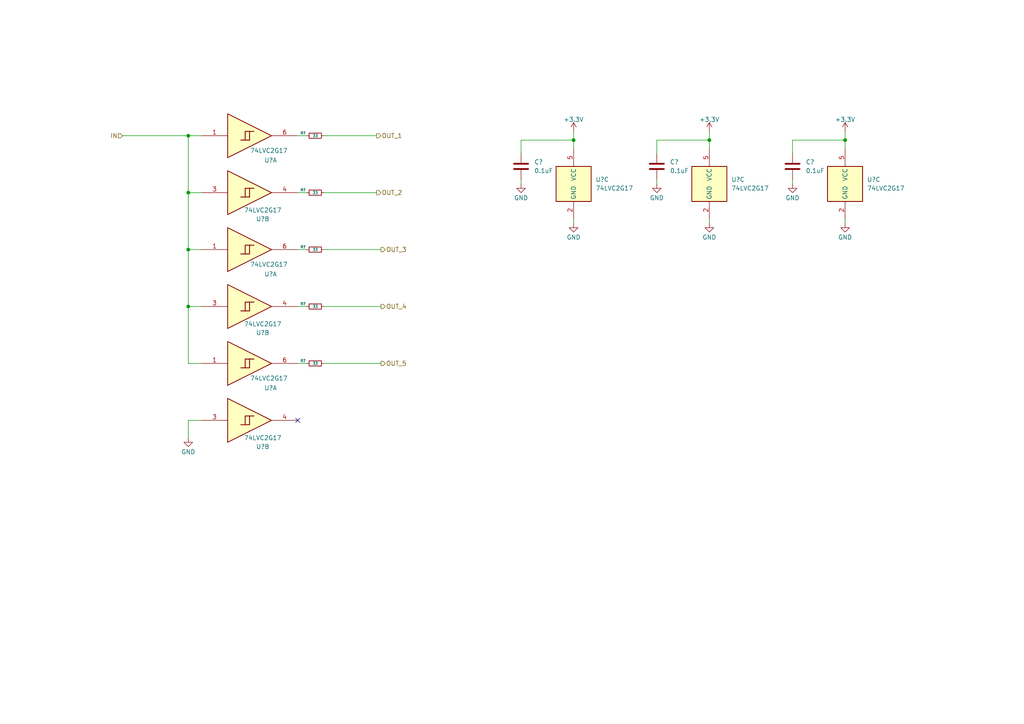
<source format=kicad_sch>
(kicad_sch (version 20250114) (generator "eeschema") (generator_version "9.0")
  (paper "A4")
  (lib_symbols
    (symbol "74xGxx:74LVC2G17"
      (property "Reference" "U" (at -1.27 7.62 0))
      (property "Value" "74LVC2G17" (at 2.54 -7.62 0))
      (symbol "74LVC2G17_1_1"
        (polyline (pts (xy -7.62 6.35) (xy -7.62 -6.35) (xy 5.08 0) (xy -7.62 6.35)) (stroke (width 0.254)) (fill (type background)))
        (polyline (pts (xy -3.81 1.27) (xy -2.54 1.27) (xy -2.54 -1.27) (xy 0 -1.27)) (stroke (width 0.254)) (fill (type background)))
        (polyline (pts (xy -2.54 1.27) (xy -1.27 1.27) (xy -1.27 -1.27)) (stroke (width 0.254)) (fill (type background)))
        (pin input line (at -15.24 0 0) (length 7.62) (name "~") (number "1"))
        (pin output line (at 12.7 0 180) (length 7.62) (name "~") (number "6"))
      )
      (symbol "74LVC2G17_2_1"
        (polyline (pts (xy -7.62 6.35) (xy -7.62 -6.35) (xy 5.08 0) (xy -7.62 6.35)) (stroke (width 0.254)) (fill (type background)))
        (polyline (pts (xy -3.81 1.27) (xy -2.54 1.27) (xy -2.54 -1.27) (xy 0 -1.27)) (stroke (width 0.254)) (fill (type background)))
        (polyline (pts (xy -2.54 1.27) (xy -1.27 1.27) (xy -1.27 -1.27)) (stroke (width 0.254)) (fill (type background)))
        (pin input line (at -15.24 0 0) (length 7.62) (name "~") (number "3"))
        (pin output line (at 12.7 0 180) (length 7.62) (name "~") (number "4"))
      )
      (symbol "74LVC2G17_3_0"
        (rectangle (start -5.08 -5.08) (end 5.08 5.08) (stroke (width 0.254)) (fill (type background)))
      )
      (symbol "74LVC2G17_3_1"
        (pin power_in line (at 0 10.16 270) (length 5.08) (name "VCC") (number "5"))
        (pin power_in line (at 0 -10.16 90) (length 5.08) (name "GND") (number "2"))
      )
    )
    (symbol "Device:C" (pin_numbers (hide yes)) (pin_names (offset 0.254))
      (property "Reference" "C" (at 0.635 2.54 0))
      (property "Value" "C" (at 0.635 -2.54 0))
      (symbol "C_0_1"
        (polyline (pts (xy -2.032 0.762) (xy 2.032 0.762)) (stroke (width 0.508)))
        (polyline (pts (xy -2.032 -0.762) (xy 2.032 -0.762)) (stroke (width 0.508)))
      )
      (symbol "C_1_1"
        (pin passive line (at 0 3.81 270) (length 2.794) (name "~") (number "1"))
        (pin passive line (at 0 -3.81 90) (length 2.794) (name "~") (number "2"))
      )
    )
    (symbol "Device:R_Small" (pin_numbers (hide yes)) (pin_names (offset 0.254) (hide yes))
      (property "Reference" "R" (at 0 0 90))
      (property "Value" "R_Small" (at 1.778 0 90))
      (symbol "R_Small_0_1"
        (rectangle (start -0.762 1.778) (end 0.762 -1.778) (stroke (width 0.2032)))
      )
      (symbol "R_Small_1_1"
        (pin passive line (at 0 2.54 270) (length 0.762) (name "~") (number "1"))
        (pin passive line (at 0 -2.54 90) (length 0.762) (name "~") (number "2"))
      )
    )
    (symbol "power:+3.3V" (power) (pin_names (offset 0))
      (property "Value" "+3.3V" (at 0 3.556 0))
      (symbol "+3.3V_0_1"
        (polyline (pts (xy -0.762 1.27) (xy 0 2.54)))
        (polyline (pts (xy 0 2.54) (xy 0.762 1.27)))
        (polyline (pts (xy 0 0) (xy 0 2.54)))
      )
      (symbol "+3.3V_1_1"
        (pin power_in line (at 0 0 90) (length 0) (hide yes) (name "+3.3V") (number "1"))
      )
    )
    (symbol "power:GND" (power) (pin_names (offset 0))
      (property "Value" "GND" (at 0 -3.81 0))
      (symbol "GND_0_1"
        (polyline (pts (xy 0 0) (xy 0 -1.27) (xy 1.27 -1.27) (xy 0 -2.54) (xy -1.27 -1.27) (xy 0 -1.27)))
      )
      (symbol "GND_1_1"
        (pin power_in line (at 0 0 270) (length 0) (hide yes) (name "GND") (number "1"))
      )
    )
  )
  (junction (at 245.11 40.64))
  (junction (at 54.61 55.88))
  (junction (at 166.37 40.64))
  (junction (at 54.61 72.39))
  (junction (at 205.74 40.64))
  (junction (at 54.61 88.9))
  (junction (at 54.61 39.37))
  (no_connect (at 86.36 121.92))
  (wire (pts (xy 86.36 55.88) (xy 88.9 55.88)))
  (wire (pts (xy 245.11 63.5) (xy 245.11 64.77)))
  (wire (pts (xy 245.11 40.64) (xy 245.11 43.18)))
  (wire (pts (xy 86.36 72.39) (xy 88.9 72.39)))
  (wire (pts (xy 110.49 88.9) (xy 93.98 88.9)))
  (wire (pts (xy 109.22 39.37) (xy 93.98 39.37)))
  (wire (pts (xy 54.61 121.92) (xy 54.61 127)))
  (wire (pts (xy 205.74 40.64) (xy 205.74 43.18)))
  (wire (pts (xy 166.37 63.5) (xy 166.37 64.77)))
  (wire (pts (xy 205.74 38.1) (xy 205.74 40.64)))
  (wire (pts (xy 109.22 55.88) (xy 93.98 55.88)))
  (wire (pts (xy 151.13 40.64) (xy 166.37 40.64)))
  (wire (pts (xy 58.42 39.37) (xy 54.61 39.37)))
  (wire (pts (xy 54.61 88.9) (xy 54.61 105.41)))
  (wire (pts (xy 54.61 55.88) (xy 54.61 72.39)))
  (wire (pts (xy 54.61 88.9) (xy 54.61 72.39)))
  (wire (pts (xy 205.74 63.5) (xy 205.74 64.77)))
  (wire (pts (xy 54.61 39.37) (xy 35.56 39.37)))
  (wire (pts (xy 190.5 40.64) (xy 190.5 44.45)))
  (wire (pts (xy 166.37 38.1) (xy 166.37 40.64)))
  (wire (pts (xy 110.49 105.41) (xy 93.98 105.41)))
  (wire (pts (xy 245.11 38.1) (xy 245.11 40.64)))
  (wire (pts (xy 86.36 88.9) (xy 88.9 88.9)))
  (wire (pts (xy 58.42 55.88) (xy 54.61 55.88)))
  (wire (pts (xy 86.36 39.37) (xy 88.9 39.37)))
  (wire (pts (xy 229.87 52.07) (xy 229.87 53.34)))
  (wire (pts (xy 54.61 55.88) (xy 54.61 39.37)))
  (wire (pts (xy 190.5 52.07) (xy 190.5 53.34)))
  (wire (pts (xy 190.5 40.64) (xy 205.74 40.64)))
  (wire (pts (xy 151.13 52.07) (xy 151.13 53.34)))
  (wire (pts (xy 229.87 40.64) (xy 245.11 40.64)))
  (wire (pts (xy 166.37 40.64) (xy 166.37 43.18)))
  (wire (pts (xy 151.13 40.64) (xy 151.13 44.45)))
  (wire (pts (xy 58.42 121.92) (xy 54.61 121.92)))
  (wire (pts (xy 229.87 40.64) (xy 229.87 44.45)))
  (wire (pts (xy 58.42 88.9) (xy 54.61 88.9)))
  (wire (pts (xy 86.36 105.41) (xy 88.9 105.41)))
  (wire (pts (xy 58.42 105.41) (xy 54.61 105.41)))
  (wire (pts (xy 58.42 72.39) (xy 54.61 72.39)))
  (wire (pts (xy 110.49 72.39) (xy 93.98 72.39)))
  (hierarchical_label "OUT_5" (shape output) (at 110.49 105.41 0))
  (hierarchical_label "OUT_2" (shape output) (at 109.22 55.88 0))
  (hierarchical_label "OUT_1" (shape output) (at 109.22 39.37 0))
  (hierarchical_label "IN" (shape input) (at 35.56 39.37 180))
  (hierarchical_label "OUT_4" (shape output) (at 110.49 88.9 0))
  (hierarchical_label "OUT_3" (shape output) (at 110.49 72.39 0))
  (symbol (lib_id "74xGxx:74LVC2G17") (at 73.66 55.88 0) (mirror x) (unit 2)
    (property "Reference" "U?" (at 76.2 63.5 0))
    (property "Value" "74LVC2G17" (at 76.2 60.96 0))
    (property "Footprint" "Package_TO_SOT_SMD:SOT-23-6" (effects (hide yes)))
    (property "Datasheet" "http://www.ti.com/lit/sg/scyt129e/scyt129e.pdf" (effects (hide yes)))
    (property "Description" "Dual Buffer, Schmitt Triggered, Low-Voltage CMOS" (effects (hide yes)))
  )
  (symbol (lib_id "74xGxx:74LVC2G17") (at 73.66 88.9 0) (mirror x) (unit 2)
    (property "Reference" "U?" (at 76.2 96.52 0))
    (property "Value" "74LVC2G17" (at 76.2 93.98 0))
    (property "Footprint" "Package_TO_SOT_SMD:SOT-23-6" (effects (hide yes)))
    (property "Datasheet" "http://www.ti.com/lit/sg/scyt129e/scyt129e.pdf" (effects (hide yes)))
    (property "Description" "Dual Buffer, Schmitt Triggered, Low-Voltage CMOS" (effects (hide yes)))
  )
  (symbol (lib_id "Device:C") (at 229.87 48.26 0) (unit 1)
    (property "Reference" "C?" (at 233.68 46.9899 0) (effects (justify left)))
    (property "Value" "0.1uF" (at 233.68 49.5299 0) (effects (justify left)))
    (property "Footprint" "Capacitor_SMD:C_0402_1005Metric" (effects (hide yes)))
    (property "Description" "Unpolarized capacitor" (effects (hide yes)))
  )
  (symbol (lib_id "power:+3.3V") (at 245.11 38.1 0) (unit 1)
    (property "Reference" "#PWR02" (effects (hide yes)))
    (property "Value" "+3.3V" (at 245.11 34.671 0))
    (instances (project "arena_10_of_10_v1r1" (path "" (reference "#PWR0117") (unit 1)) (path "" (reference "#PWR0127") (unit 1)) (path "" (reference "#PWR022") (unit 1)) (path "" (reference "#PWR042") (unit 1)) (path "" (reference "#PWR02") (unit 1)) (path "" (reference "#PWR032") (unit 1))))
  )
  (symbol (lib_id "74xGxx:74LVC2G17") (at 205.74 53.34 0) (unit 3)
    (property "Reference" "U?" (at 212.09 52.0699 0) (effects (justify left)))
    (property "Value" "74LVC2G17" (at 212.09 54.6099 0) (effects (justify left)))
    (property "Footprint" "Package_TO_SOT_SMD:SOT-23-6" (effects (hide yes)))
    (property "Datasheet" "http://www.ti.com/lit/sg/scyt129e/scyt129e.pdf" (effects (hide yes)))
    (property "Description" "Dual Buffer, Schmitt Triggered, Low-Voltage CMOS" (effects (hide yes)))
  )
  (symbol (lib_id "74xGxx:74LVC2G17") (at 73.66 39.37 0) (mirror x) (unit 1)
    (property "Reference" "U?" (at 78.486 46.482 0))
    (property "Value" "74LVC2G17" (at 77.978 43.688 0))
    (property "Footprint" "Package_TO_SOT_SMD:SOT-23-6" (effects (hide yes)))
    (property "Datasheet" "http://www.ti.com/lit/sg/scyt129e/scyt129e.pdf" (effects (hide yes)))
    (property "Description" "Dual Buffer, Schmitt Triggered, Low-Voltage CMOS" (effects (hide yes)))
  )
  (symbol (lib_id "Device:R_Small") (at 91.44 72.39 90) (unit 1)
    (property "Reference" "R?" (at 87.884 71.628 90) (effects (font (size 0.762 0.762))))
    (property "Value" "33" (at 91.44 72.39 90) (effects (font (size 0.762 0.762))))
    (property "Description" "Resistor, small symbol" (effects (hide yes)))
  )
  (symbol (lib_id "74xGxx:74LVC2G17") (at 73.66 72.39 0) (mirror x) (unit 1)
    (property "Reference" "U?" (at 78.486 79.502 0))
    (property "Value" "74LVC2G17" (at 77.978 76.708 0))
    (property "Footprint" "Package_TO_SOT_SMD:SOT-23-6" (effects (hide yes)))
    (property "Datasheet" "http://www.ti.com/lit/sg/scyt129e/scyt129e.pdf" (effects (hide yes)))
    (property "Description" "Dual Buffer, Schmitt Triggered, Low-Voltage CMOS" (effects (hide yes)))
  )
  (symbol (lib_id "Device:R_Small") (at 91.44 105.41 90) (unit 1)
    (property "Reference" "R?" (at 87.884 104.648 90) (effects (font (size 0.762 0.762))))
    (property "Value" "33" (at 91.44 105.41 90) (effects (font (size 0.762 0.762))))
    (property "Description" "Resistor, small symbol" (effects (hide yes)))
  )
  (symbol (lib_id "power:+3.3V") (at 166.37 38.1 0) (unit 1)
    (property "Reference" "#PWR017" (effects (hide yes)))
    (property "Value" "+3.3V" (at 166.37 34.671 0))
    (instances (project "arena_10_of_10_v1r1" (path "" (reference "#PWR0111") (unit 1)) (path "" (reference "#PWR0121") (unit 1)) (path "" (reference "#PWR09") (unit 1)) (path "" (reference "#PWR036") (unit 1)) (path "" (reference "#PWR017") (unit 1)) (path "" (reference "#PWR026") (unit 1))))
  )
  (symbol (lib_id "Device:R_Small") (at 91.44 39.37 90) (unit 1)
    (property "Reference" "R?" (at 87.884 38.608 90) (effects (font (size 0.762 0.762))))
    (property "Value" "33" (at 91.44 39.37 90) (effects (font (size 0.762 0.762))))
    (property "Description" "Resistor, small symbol" (effects (hide yes)))
  )
  (symbol (lib_id "74xGxx:74LVC2G17") (at 73.66 121.92 0) (mirror x) (unit 2)
    (property "Reference" "U?" (at 76.2 129.54 0))
    (property "Value" "74LVC2G17" (at 76.2 127 0))
    (property "Footprint" "Package_TO_SOT_SMD:SOT-23-6" (effects (hide yes)))
    (property "Datasheet" "http://www.ti.com/lit/sg/scyt129e/scyt129e.pdf" (effects (hide yes)))
    (property "Description" "Dual Buffer, Schmitt Triggered, Low-Voltage CMOS" (effects (hide yes)))
  )
  (symbol (lib_id "power:GND") (at 205.74 64.77 0) (mirror y) (unit 1)
    (property "Reference" "#PWR021" (effects (hide yes)))
    (property "Value" "GND" (at 205.74 68.834 0))
    (instances (project "arena_10_of_10_v1r1" (path "" (reference "#PWR0115") (unit 1)) (path "" (reference "#PWR0125") (unit 1)) (path "" (reference "#PWR013") (unit 1)) (path "" (reference "#PWR040") (unit 1)) (path "" (reference "#PWR021") (unit 1)) (path "" (reference "#PWR030") (unit 1))))
  )
  (symbol (lib_id "power:GND") (at 229.87 53.34 0) (mirror y) (unit 1)
    (property "Reference" "#PWR01" (effects (hide yes)))
    (property "Value" "GND" (at 229.87 57.404 0))
    (instances (project "arena_10_of_10_v1r1" (path "" (reference "#PWR0116") (unit 1)) (path "" (reference "#PWR0126") (unit 1)) (path "" (reference "#PWR014") (unit 1)) (path "" (reference "#PWR041") (unit 1)) (path "" (reference "#PWR01") (unit 1)) (path "" (reference "#PWR031") (unit 1))))
  )
  (symbol (lib_id "Device:C") (at 190.5 48.26 0) (unit 1)
    (property "Reference" "C?" (at 194.31 46.9899 0) (effects (justify left)))
    (property "Value" "0.1uF" (at 194.31 49.5299 0) (effects (justify left)))
    (property "Footprint" "Capacitor_SMD:C_0402_1005Metric" (effects (hide yes)))
    (property "Description" "Unpolarized capacitor" (effects (hide yes)))
  )
  (symbol (lib_id "power:GND") (at 54.61 127 0) (mirror y) (unit 1)
    (property "Reference" "#PWR04" (effects (hide yes)))
    (property "Value" "GND" (at 54.61 131.064 0))
    (instances (project "arena_10_of_10_v1r1" (path "" (reference "#PWR0108") (unit 1)) (path "" (reference "#PWR0119") (unit 1)) (path "" (reference "#PWR07") (unit 1)) (path "" (reference "#PWR034") (unit 1)) (path "" (reference "#PWR04") (unit 1)) (path "" (reference "#PWR024") (unit 1))))
  )
  (symbol (lib_id "Device:R_Small") (at 91.44 55.88 90) (unit 1)
    (property "Reference" "R?" (at 87.884 55.118 90) (effects (font (size 0.762 0.762))))
    (property "Value" "33" (at 91.44 55.88 90) (effects (font (size 0.762 0.762))))
    (property "Description" "Resistor, small symbol" (effects (hide yes)))
  )
  (symbol (lib_id "power:+3.3V") (at 205.74 38.1 0) (unit 1)
    (property "Reference" "#PWR020" (effects (hide yes)))
    (property "Value" "+3.3V" (at 205.74 34.671 0))
    (instances (project "arena_10_of_10_v1r1" (path "" (reference "#PWR0114") (unit 1)) (path "" (reference "#PWR0124") (unit 1)) (path "" (reference "#PWR012") (unit 1)) (path "" (reference "#PWR039") (unit 1)) (path "" (reference "#PWR020") (unit 1)) (path "" (reference "#PWR029") (unit 1))))
  )
  (symbol (lib_id "Device:R_Small") (at 91.44 88.9 90) (unit 1)
    (property "Reference" "R?" (at 87.884 88.138 90) (effects (font (size 0.762 0.762))))
    (property "Value" "33" (at 91.44 88.9 90) (effects (font (size 0.762 0.762))))
    (property "Description" "Resistor, small symbol" (effects (hide yes)))
  )
  (symbol (lib_id "74xGxx:74LVC2G17") (at 166.37 53.34 0) (unit 3)
    (property "Reference" "U?" (at 172.72 52.0699 0) (effects (justify left)))
    (property "Value" "74LVC2G17" (at 172.72 54.6099 0) (effects (justify left)))
    (property "Footprint" "Package_TO_SOT_SMD:SOT-23-6" (effects (hide yes)))
    (property "Datasheet" "http://www.ti.com/lit/sg/scyt129e/scyt129e.pdf" (effects (hide yes)))
    (property "Description" "Dual Buffer, Schmitt Triggered, Low-Voltage CMOS" (effects (hide yes)))
  )
  (symbol (lib_id "power:GND") (at 245.11 64.77 0) (mirror y) (unit 1)
    (property "Reference" "#PWR03" (effects (hide yes)))
    (property "Value" "GND" (at 245.11 68.834 0))
    (instances (project "arena_10_of_10_v1r1" (path "" (reference "#PWR0118") (unit 1)) (path "" (reference "#PWR0128") (unit 1)) (path "" (reference "#PWR023") (unit 1)) (path "" (reference "#PWR043") (unit 1)) (path "" (reference "#PWR03") (unit 1)) (path "" (reference "#PWR033") (unit 1))))
  )
  (symbol (lib_id "74xGxx:74LVC2G17") (at 73.66 105.41 0) (mirror x) (unit 1)
    (property "Reference" "U?" (at 78.486 112.522 0))
    (property "Value" "74LVC2G17" (at 77.978 109.728 0))
    (property "Footprint" "Package_TO_SOT_SMD:SOT-23-6" (effects (hide yes)))
    (property "Datasheet" "http://www.ti.com/lit/sg/scyt129e/scyt129e.pdf" (effects (hide yes)))
    (property "Description" "Dual Buffer, Schmitt Triggered, Low-Voltage CMOS" (effects (hide yes)))
  )
  (symbol (lib_id "power:GND") (at 151.13 53.34 0) (mirror y) (unit 1)
    (property "Reference" "#PWR015" (effects (hide yes)))
    (property "Value" "GND" (at 151.13 57.404 0))
    (instances (project "arena_10_of_10_v1r1" (path "" (reference "#PWR0110") (unit 1)) (path "" (reference "#PWR0120") (unit 1)) (path "" (reference "#PWR08") (unit 1)) (path "" (reference "#PWR035") (unit 1)) (path "" (reference "#PWR015") (unit 1)) (path "" (reference "#PWR025") (unit 1))))
  )
  (symbol (lib_id "power:GND") (at 190.5 53.34 0) (mirror y) (unit 1)
    (property "Reference" "#PWR019" (effects (hide yes)))
    (property "Value" "GND" (at 190.5 57.404 0))
    (instances (project "arena_10_of_10_v1r1" (path "" (reference "#PWR0113") (unit 1)) (path "" (reference "#PWR0123") (unit 1)) (path "" (reference "#PWR011") (unit 1)) (path "" (reference "#PWR038") (unit 1)) (path "" (reference "#PWR019") (unit 1)) (path "" (reference "#PWR028") (unit 1))))
  )
  (symbol (lib_id "Device:C") (at 151.13 48.26 0) (unit 1)
    (property "Reference" "C?" (at 154.94 46.9899 0) (effects (justify left)))
    (property "Value" "0.1uF" (at 154.94 49.5299 0) (effects (justify left)))
    (property "Footprint" "Capacitor_SMD:C_0402_1005Metric" (effects (hide yes)))
    (property "Description" "Unpolarized capacitor" (effects (hide yes)))
  )
  (symbol (lib_id "power:GND") (at 166.37 64.77 0) (mirror y) (unit 1)
    (property "Reference" "#PWR018" (effects (hide yes)))
    (property "Value" "GND" (at 166.37 68.834 0))
    (instances (project "arena_10_of_10_v1r1" (path "" (reference "#PWR0112") (unit 1)) (path "" (reference "#PWR0122") (unit 1)) (path "" (reference "#PWR010") (unit 1)) (path "" (reference "#PWR037") (unit 1)) (path "" (reference "#PWR018") (unit 1)) (path "" (reference "#PWR027") (unit 1))))
  )
  (symbol (lib_id "74xGxx:74LVC2G17") (at 245.11 53.34 0) (unit 3)
    (property "Reference" "U?" (at 251.46 52.0699 0) (effects (justify left)))
    (property "Value" "74LVC2G17" (at 251.46 54.6099 0) (effects (justify left)))
    (property "Footprint" "Package_TO_SOT_SMD:SOT-23-6" (effects (hide yes)))
    (property "Datasheet" "http://www.ti.com/lit/sg/scyt129e/scyt129e.pdf" (effects (hide yes)))
    (property "Description" "Dual Buffer, Schmitt Triggered, Low-Voltage CMOS" (effects (hide yes)))
  )
)
</source>
